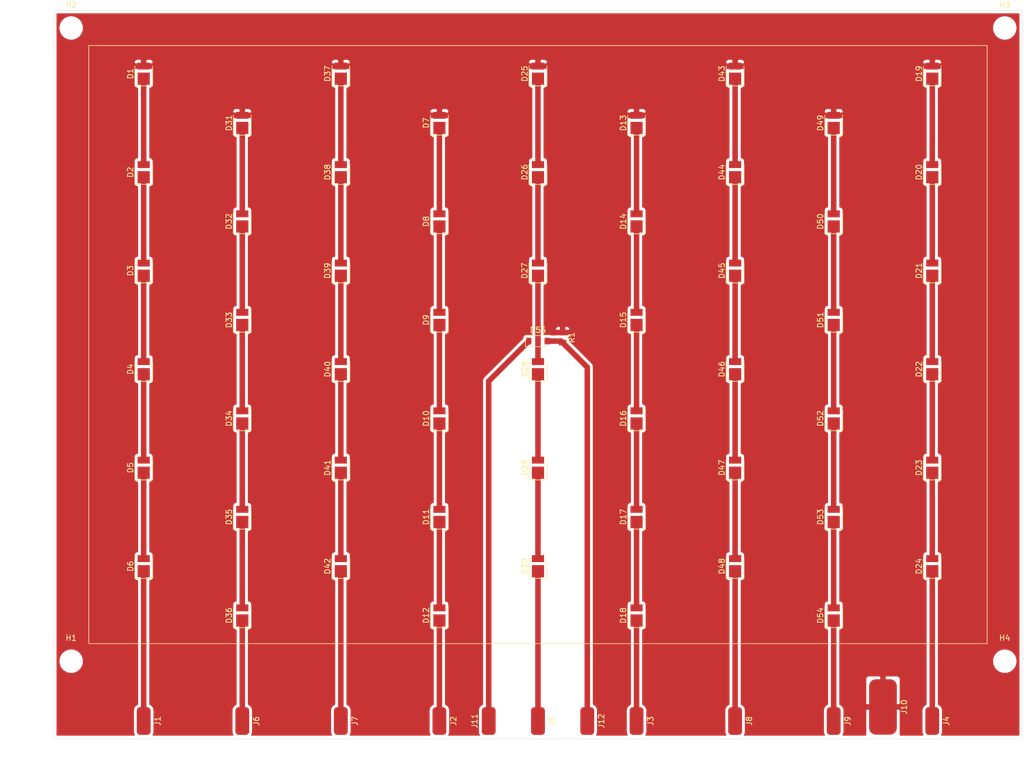
<source format=kicad_pcb>
(kicad_pcb (version 20171130) (host pcbnew "(5.1.12-1-10_14)")
  (layers (0 F.Cu signal) (31 B.Cu signal) (34 B.Paste user) (35 F.Paste user) (36 B.SilkS user) (37 F.SilkS user) (38 B.Mask user) (39 F.Mask user) (44 Edge.Cuts user))
  (net 0 "")
  (net 1 GND)
  (net 2 VCC)
  (net 3 "Net-(D1-Pad1)")
  (net 4 "Net-(D2-Pad1)")
  (net 5 "Net-(D3-Pad1)")
  (net 6 "Net-(D4-Pad1)")
  (net 7 "Net-(D5-Pad1)")
  (net 8 "Net-(D6-Pad1)")
  (net 9 "Net-(D7-Pad1)")
  (net 10 "Net-(D8-Pad1)")
  (net 11 "Net-(D10-Pad2)")
  (net 12 "Net-(D10-Pad1)")
  (net 13 "Net-(D11-Pad1)")
  (net 14 "Net-(D12-Pad1)")
  (net 15 "Net-(D13-Pad1)")
  (net 16 "Net-(D14-Pad1)")
  (net 17 "Net-(D15-Pad1)")
  (net 18 "Net-(D16-Pad1)")
  (net 19 "Net-(D17-Pad1)")
  (net 20 "Net-(D18-Pad1)")
  (net 21 "Net-(D19-Pad1)")
  (net 22 "Net-(D20-Pad1)")
  (net 23 "Net-(D21-Pad1)")
  (net 24 "Net-(D22-Pad1)")
  (net 25 "Net-(D23-Pad1)")
  (net 26 "Net-(D24-Pad1)")
  (net 27 "Net-(D25-Pad1)")
  (net 28 "Net-(D26-Pad1)")
  (net 29 "Net-(D27-Pad1)")
  (net 30 "Net-(D28-Pad1)")
  (net 31 "Net-(D29-Pad1)")
  (net 32 "Net-(D30-Pad1)")
  (net 33 "Net-(D31-Pad1)")
  (net 34 "Net-(D32-Pad1)")
  (net 35 "Net-(D33-Pad1)")
  (net 36 "Net-(D34-Pad1)")
  (net 37 "Net-(D35-Pad1)")
  (net 38 "Net-(D36-Pad1)")
  (net 39 "Net-(D37-Pad1)")
  (net 40 "Net-(D38-Pad1)")
  (net 41 "Net-(D39-Pad1)")
  (net 42 "Net-(D40-Pad1)")
  (net 43 "Net-(D41-Pad1)")
  (net 44 "Net-(D42-Pad1)")
  (net 45 "Net-(D43-Pad1)")
  (net 46 "Net-(D44-Pad1)")
  (net 47 "Net-(D45-Pad1)")
  (net 48 "Net-(D46-Pad1)")
  (net 49 "Net-(D47-Pad1)")
  (net 50 "Net-(D48-Pad1)")
  (net 51 "Net-(D50-Pad1)")
  (net 52 "Net-(D51-Pad1)")
  (net 53 "Net-(D52-Pad1)")
  (net 54 "Net-(D53-Pad1)")
  (net 55 "Net-(D54-Pad1)")
  (net 56 /Vsense)
  (net 57 "Net-(D49-Pad1)")
  (module MountingHole:MountingHole_3.2mm_M3 (layer F.Cu) (at 223.266 139.065)
    (fp_text reference H4 (at 0 -4.2) (layer F.SilkS))
    (fp_text value MountingHole)
    (pad 1 np_thru_hole circle (at 0 0) (size 3.2 3.2) (drill 3.2) (layers *.Cu *.Mask))
  )
  (module MountingHole:MountingHole_3.2mm_M3 (layer F.Cu) (at 223.266 24.765)
    (fp_text reference H3 (at 0 -4.2) (layer F.SilkS))
    (fp_text value MountingHole)
    (pad 1 np_thru_hole circle (at 0 0) (size 3.2 3.2) (drill 3.2) (layers *.Cu *.Mask))
  )
  (module MountingHole:MountingHole_3.2mm_M3 (layer F.Cu) (at 54.864 24.765)
    (fp_text reference H2 (at 0 -4.2) (layer F.SilkS))
    (fp_text value MountingHole)
    (pad 1 np_thru_hole circle (at 0 0) (size 3.2 3.2) (drill 3.2) (layers *.Cu *.Mask))
  )
  (module MountingHole:MountingHole_3.2mm_M3 (layer F.Cu) (at 54.864 139.065)
    (fp_text reference H1 (at 0 -4.2) (layer F.SilkS))
    (fp_text value MountingHole)
    (pad 1 np_thru_hole circle (at 0 0) (size 3.2 3.2) (drill 3.2) (layers *.Cu *.Mask))
  )
  (module Lighttable:Pad-2.5x5 (layer F.Cu) (at 130.175 149.86 270)
    (fp_text reference J11 (at 0 2.54 90) (layer F.SilkS))
    (fp_text value Conn_01x01 hide)
    (pad 1 smd roundrect (at 0 0 270) (size 5 2.5) (layers F.Cu F.Paste F.Mask) (net 1 GND))
  )
  (module Lighttable:Pad-2.5x5 (layer F.Cu) (at 147.955 149.86 90)
    (fp_text reference J12 (at 0 2.54 90) (layer F.SilkS))
    (fp_text value Conn_01x01 hide)
    (pad 1 smd roundrect (at 0 0 90) (size 5 2.5) (layers F.Cu F.Paste F.Mask) (net 56 /Vsense))
  )
  (module Lighttable:Pad-2.5x5 (layer F.Cu) (at 192.405 149.86 90)
    (fp_text reference J9 (at 0 2.54 90) (layer F.SilkS))
    (fp_text value Conn_01x01 hide)
    (pad 1 smd roundrect (at 0 0 90) (size 5 2.5) (layers F.Cu F.Paste F.Mask) (net 55 "Net-(D54-Pad1)"))
  )
  (module Lighttable:Pad-2.5x5 (layer F.Cu) (at 174.625 149.86 90)
    (fp_text reference J8 (at 0 2.54 90) (layer F.SilkS))
    (fp_text value Conn_01x01 hide)
    (pad 1 smd roundrect (at 0 0 90) (size 5 2.5) (layers F.Cu F.Paste F.Mask) (net 50 "Net-(D48-Pad1)"))
  )
  (module Lighttable:Pad-2.5x5 (layer F.Cu) (at 103.505 149.86 90)
    (fp_text reference J7 (at 0 2.54 90) (layer F.SilkS))
    (fp_text value Conn_01x01 hide)
    (pad 1 smd roundrect (at 0 0 90) (size 5 2.5) (layers F.Cu F.Paste F.Mask) (net 44 "Net-(D42-Pad1)"))
  )
  (module Lighttable:Pad-2.5x5 (layer F.Cu) (at 85.725 149.86 90)
    (fp_text reference J6 (at 0 2.54 90) (layer F.SilkS))
    (fp_text value Conn_01x01 hide)
    (pad 1 smd roundrect (at 0 0 90) (size 5 2.5) (layers F.Cu F.Paste F.Mask) (net 38 "Net-(D36-Pad1)"))
  )
  (module Lighttable:Pad-2.5x5 (layer F.Cu) (at 139.065 149.86 90)
    (fp_text reference J5 (at 0 2.54 90) (layer F.SilkS))
    (fp_text value Conn_01x01 hide)
    (pad 1 smd roundrect (at 0 0 90) (size 5 2.5) (layers F.Cu F.Paste F.Mask) (net 32 "Net-(D30-Pad1)"))
  )
  (module Lighttable:Pad-2.5x5 (layer F.Cu) (at 210.185 149.86 90)
    (fp_text reference J4 (at 0 2.54 90) (layer F.SilkS))
    (fp_text value Conn_01x01 hide)
    (pad 1 smd roundrect (at 0 0 90) (size 5 2.5) (layers F.Cu F.Paste F.Mask) (net 26 "Net-(D24-Pad1)"))
  )
  (module Lighttable:Pad-2.5x5 (layer F.Cu) (at 156.845 149.86 90)
    (fp_text reference J3 (at 0 2.54 90) (layer F.SilkS))
    (fp_text value Conn_01x01 hide)
    (pad 1 smd roundrect (at 0 0 90) (size 5 2.5) (layers F.Cu F.Paste F.Mask) (net 20 "Net-(D18-Pad1)"))
  )
  (module Lighttable:Pad-2.5x5 (layer F.Cu) (at 121.285 149.86 90)
    (fp_text reference J2 (at 0 2.54 90) (layer F.SilkS))
    (fp_text value Conn_01x01 hide)
    (pad 1 smd roundrect (at 0 0 90) (size 5 2.5) (layers F.Cu F.Paste F.Mask) (net 14 "Net-(D12-Pad1)"))
  )
  (module Lighttable:Pad-2.5x5 (layer F.Cu) (at 67.945 149.86 90)
    (fp_text reference J1 (at 0 2.54 90) (layer F.SilkS))
    (fp_text value Conn_01x01 hide)
    (pad 1 smd roundrect (at 0 0 90) (size 5 2.5) (layers F.Cu F.Paste F.Mask) (net 8 "Net-(D6-Pad1)"))
  )
  (module Resistor_SMD:R_0805_2012Metric (layer F.Cu) (at 143.51 80.645 270)
    (fp_text reference R1 (at 0 -1.65 90) (layer F.SilkS))
    (fp_text value 180k)
    (fp_line (start -0.227064 -0.735) (end 0.227064 -0.735) (layer F.SilkS) (width 0.12))
    (fp_line (start -0.227064 0.735) (end 0.227064 0.735) (layer F.SilkS) (width 0.12))
    (pad 2 smd roundrect (at 0.9125 0 270) (size 1.025 1.4) (layers F.Cu F.Paste F.Mask) (roundrect_rratio 0.243902) (net 56 /Vsense))
    (pad 1 smd roundrect (at -0.9125 0 270) (size 1.025 1.4) (layers F.Cu F.Paste F.Mask) (roundrect_rratio 0.243902) (net 2 VCC))
  )
  (module Lighttable:Pad-5x10 (layer F.Cu) (at 201.295 147.32 270)
    (fp_text reference J10 (at 0 -3.81 90) (layer F.SilkS))
    (fp_text value Conn_01x01 hide)
    (pad 1 smd roundrect (at 0 0 270) (size 10 5) (layers F.Cu F.Paste F.Mask) (net 2 VCC))
  )
  (module LED_SMD:LED_PLCC_2835 (layer F.Cu) (at 139.065 121.92 90)
    (fp_text reference D30 (at 0 -2.4 90) (layer F.SilkS))
    (fp_text value BXEN-50S-11M-3C)
    (fp_line (start 1.4 -1.6) (end -2.2 -1.6) (layer F.SilkS) (width 0.12))
    (fp_line (start 1.4 1.6) (end -2.2 1.6) (layer F.SilkS) (width 0.12))
    (fp_line (start -2.2 -1.6) (end -2.2 1.6) (layer F.SilkS) (width 0.12))
    (pad 2 smd rect (at 1.375 0 90) (size 1.25 2.2) (layers F.Cu F.Paste F.Mask) (net 31 "Net-(D29-Pad1)"))
    (pad 1 smd rect (at -0.9 0 90) (size 2.2 2.2) (layers F.Cu F.Paste F.Mask) (net 32 "Net-(D30-Pad1)"))
  )
  (module LED_SMD:LED_PLCC_2835 (layer F.Cu) (at 139.065 104.14 90)
    (fp_text reference D29 (at 0 -2.4 90) (layer F.SilkS))
    (fp_text value BXEN-50S-11M-3C)
    (fp_line (start 1.4 -1.6) (end -2.2 -1.6) (layer F.SilkS) (width 0.12))
    (fp_line (start 1.4 1.6) (end -2.2 1.6) (layer F.SilkS) (width 0.12))
    (fp_line (start -2.2 -1.6) (end -2.2 1.6) (layer F.SilkS) (width 0.12))
    (pad 2 smd rect (at 1.375 0 90) (size 1.25 2.2) (layers F.Cu F.Paste F.Mask) (net 30 "Net-(D28-Pad1)"))
    (pad 1 smd rect (at -0.9 0 90) (size 2.2 2.2) (layers F.Cu F.Paste F.Mask) (net 31 "Net-(D29-Pad1)"))
  )
  (module LED_SMD:LED_PLCC_2835 (layer F.Cu) (at 139.065 86.36 90)
    (fp_text reference D28 (at 0 -2.4 90) (layer F.SilkS))
    (fp_text value BXEN-50S-11M-3C)
    (fp_line (start 1.4 -1.6) (end -2.2 -1.6) (layer F.SilkS) (width 0.12))
    (fp_line (start 1.4 1.6) (end -2.2 1.6) (layer F.SilkS) (width 0.12))
    (fp_line (start -2.2 -1.6) (end -2.2 1.6) (layer F.SilkS) (width 0.12))
    (pad 2 smd rect (at 1.375 0 90) (size 1.25 2.2) (layers F.Cu F.Paste F.Mask) (net 29 "Net-(D27-Pad1)"))
    (pad 1 smd rect (at -0.9 0 90) (size 2.2 2.2) (layers F.Cu F.Paste F.Mask) (net 30 "Net-(D28-Pad1)"))
  )
  (module LED_SMD:LED_PLCC_2835 (layer F.Cu) (at 139.065 68.58 90)
    (fp_text reference D27 (at 0 -2.4 90) (layer F.SilkS))
    (fp_text value BXEN-50S-11M-3C)
    (fp_line (start 1.4 -1.6) (end -2.2 -1.6) (layer F.SilkS) (width 0.12))
    (fp_line (start 1.4 1.6) (end -2.2 1.6) (layer F.SilkS) (width 0.12))
    (fp_line (start -2.2 -1.6) (end -2.2 1.6) (layer F.SilkS) (width 0.12))
    (pad 2 smd rect (at 1.375 0 90) (size 1.25 2.2) (layers F.Cu F.Paste F.Mask) (net 28 "Net-(D26-Pad1)"))
    (pad 1 smd rect (at -0.9 0 90) (size 2.2 2.2) (layers F.Cu F.Paste F.Mask) (net 29 "Net-(D27-Pad1)"))
  )
  (module LED_SMD:LED_PLCC_2835 (layer F.Cu) (at 139.065 50.8 90)
    (fp_text reference D26 (at 0 -2.4 90) (layer F.SilkS))
    (fp_text value BXEN-50S-11M-3C)
    (fp_line (start 1.4 -1.6) (end -2.2 -1.6) (layer F.SilkS) (width 0.12))
    (fp_line (start 1.4 1.6) (end -2.2 1.6) (layer F.SilkS) (width 0.12))
    (fp_line (start -2.2 -1.6) (end -2.2 1.6) (layer F.SilkS) (width 0.12))
    (pad 2 smd rect (at 1.375 0 90) (size 1.25 2.2) (layers F.Cu F.Paste F.Mask) (net 27 "Net-(D25-Pad1)"))
    (pad 1 smd rect (at -0.9 0 90) (size 2.2 2.2) (layers F.Cu F.Paste F.Mask) (net 28 "Net-(D26-Pad1)"))
  )
  (module LED_SMD:LED_PLCC_2835 (layer F.Cu) (at 139.065 33.02 90)
    (fp_text reference D25 (at 0 -2.4 90) (layer F.SilkS))
    (fp_text value BXEN-50S-11M-3C)
    (fp_line (start 1.4 -1.6) (end -2.2 -1.6) (layer F.SilkS) (width 0.12))
    (fp_line (start 1.4 1.6) (end -2.2 1.6) (layer F.SilkS) (width 0.12))
    (fp_line (start -2.2 -1.6) (end -2.2 1.6) (layer F.SilkS) (width 0.12))
    (pad 2 smd rect (at 1.375 0 90) (size 1.25 2.2) (layers F.Cu F.Paste F.Mask) (net 2 VCC))
    (pad 1 smd rect (at -0.9 0 90) (size 2.2 2.2) (layers F.Cu F.Paste F.Mask) (net 27 "Net-(D25-Pad1)"))
  )
  (module Diode_SMD:D_SOD-123 (layer F.Cu) (at 139.065 81.28)
    (fp_text reference D55 (at 0 -2) (layer F.SilkS))
    (fp_text value 1N4148W)
    (fp_line (start -2.25 -1) (end -2.25 1) (layer F.SilkS) (width 0.12))
    (fp_line (start -2.25 1) (end 1.65 1) (layer F.SilkS) (width 0.12))
    (fp_line (start -2.25 -1) (end 1.65 -1) (layer F.SilkS) (width 0.12))
    (pad 2 smd rect (at 1.65 0) (size 0.9 1.2) (layers F.Cu F.Paste F.Mask) (net 56 /Vsense))
    (pad 1 smd rect (at -1.65 0) (size 0.9 1.2) (layers F.Cu F.Paste F.Mask) (net 1 GND))
  )
  (module LED_SMD:LED_PLCC_2835 (layer F.Cu) (at 192.405 130.81 90)
    (fp_text reference D54 (at 0 -2.4 90) (layer F.SilkS))
    (fp_text value BXEN-50S-11M-3C)
    (fp_line (start 1.4 -1.6) (end -2.2 -1.6) (layer F.SilkS) (width 0.12))
    (fp_line (start 1.4 1.6) (end -2.2 1.6) (layer F.SilkS) (width 0.12))
    (fp_line (start -2.2 -1.6) (end -2.2 1.6) (layer F.SilkS) (width 0.12))
    (pad 2 smd rect (at 1.375 0 90) (size 1.25 2.2) (layers F.Cu F.Paste F.Mask) (net 54 "Net-(D53-Pad1)"))
    (pad 1 smd rect (at -0.9 0 90) (size 2.2 2.2) (layers F.Cu F.Paste F.Mask) (net 55 "Net-(D54-Pad1)"))
  )
  (module LED_SMD:LED_PLCC_2835 (layer F.Cu) (at 192.405 113.03 90)
    (fp_text reference D53 (at 0 -2.4 90) (layer F.SilkS))
    (fp_text value BXEN-50S-11M-3C)
    (fp_line (start 1.4 -1.6) (end -2.2 -1.6) (layer F.SilkS) (width 0.12))
    (fp_line (start 1.4 1.6) (end -2.2 1.6) (layer F.SilkS) (width 0.12))
    (fp_line (start -2.2 -1.6) (end -2.2 1.6) (layer F.SilkS) (width 0.12))
    (pad 2 smd rect (at 1.375 0 90) (size 1.25 2.2) (layers F.Cu F.Paste F.Mask) (net 53 "Net-(D52-Pad1)"))
    (pad 1 smd rect (at -0.9 0 90) (size 2.2 2.2) (layers F.Cu F.Paste F.Mask) (net 54 "Net-(D53-Pad1)"))
  )
  (module LED_SMD:LED_PLCC_2835 (layer F.Cu) (at 192.405 95.25 90)
    (fp_text reference D52 (at 0 -2.4 90) (layer F.SilkS))
    (fp_text value BXEN-50S-11M-3C)
    (fp_line (start 1.4 -1.6) (end -2.2 -1.6) (layer F.SilkS) (width 0.12))
    (fp_line (start 1.4 1.6) (end -2.2 1.6) (layer F.SilkS) (width 0.12))
    (fp_line (start -2.2 -1.6) (end -2.2 1.6) (layer F.SilkS) (width 0.12))
    (pad 2 smd rect (at 1.375 0 90) (size 1.25 2.2) (layers F.Cu F.Paste F.Mask) (net 52 "Net-(D51-Pad1)"))
    (pad 1 smd rect (at -0.9 0 90) (size 2.2 2.2) (layers F.Cu F.Paste F.Mask) (net 53 "Net-(D52-Pad1)"))
  )
  (module LED_SMD:LED_PLCC_2835 (layer F.Cu) (at 192.405 77.47 90)
    (fp_text reference D51 (at 0 -2.4 90) (layer F.SilkS))
    (fp_text value BXEN-50S-11M-3C)
    (fp_line (start 1.4 -1.6) (end -2.2 -1.6) (layer F.SilkS) (width 0.12))
    (fp_line (start 1.4 1.6) (end -2.2 1.6) (layer F.SilkS) (width 0.12))
    (fp_line (start -2.2 -1.6) (end -2.2 1.6) (layer F.SilkS) (width 0.12))
    (pad 2 smd rect (at 1.375 0 90) (size 1.25 2.2) (layers F.Cu F.Paste F.Mask) (net 51 "Net-(D50-Pad1)"))
    (pad 1 smd rect (at -0.9 0 90) (size 2.2 2.2) (layers F.Cu F.Paste F.Mask) (net 52 "Net-(D51-Pad1)"))
  )
  (module LED_SMD:LED_PLCC_2835 (layer F.Cu) (at 192.405 59.69 90)
    (fp_text reference D50 (at 0 -2.4 90) (layer F.SilkS))
    (fp_text value BXEN-50S-11M-3C)
    (fp_line (start 1.4 -1.6) (end -2.2 -1.6) (layer F.SilkS) (width 0.12))
    (fp_line (start 1.4 1.6) (end -2.2 1.6) (layer F.SilkS) (width 0.12))
    (fp_line (start -2.2 -1.6) (end -2.2 1.6) (layer F.SilkS) (width 0.12))
    (pad 2 smd rect (at 1.375 0 90) (size 1.25 2.2) (layers F.Cu F.Paste F.Mask) (net 57 "Net-(D49-Pad1)"))
    (pad 1 smd rect (at -0.9 0 90) (size 2.2 2.2) (layers F.Cu F.Paste F.Mask) (net 51 "Net-(D50-Pad1)"))
  )
  (module LED_SMD:LED_PLCC_2835 (layer F.Cu) (at 192.405 41.91 90)
    (fp_text reference D49 (at 0 -2.4 90) (layer F.SilkS))
    (fp_text value BXEN-50S-11M-3C)
    (fp_line (start 1.4 -1.6) (end -2.2 -1.6) (layer F.SilkS) (width 0.12))
    (fp_line (start 1.4 1.6) (end -2.2 1.6) (layer F.SilkS) (width 0.12))
    (fp_line (start -2.2 -1.6) (end -2.2 1.6) (layer F.SilkS) (width 0.12))
    (pad 2 smd rect (at 1.375 0 90) (size 1.25 2.2) (layers F.Cu F.Paste F.Mask) (net 2 VCC))
    (pad 1 smd rect (at -0.9 0 90) (size 2.2 2.2) (layers F.Cu F.Paste F.Mask) (net 57 "Net-(D49-Pad1)"))
  )
  (module LED_SMD:LED_PLCC_2835 (layer F.Cu) (at 210.185 121.92 90)
    (fp_text reference D24 (at 0 -2.4 90) (layer F.SilkS))
    (fp_text value BXEN-50S-11M-3C)
    (fp_line (start 1.4 -1.6) (end -2.2 -1.6) (layer F.SilkS) (width 0.12))
    (fp_line (start 1.4 1.6) (end -2.2 1.6) (layer F.SilkS) (width 0.12))
    (fp_line (start -2.2 -1.6) (end -2.2 1.6) (layer F.SilkS) (width 0.12))
    (pad 2 smd rect (at 1.375 0 90) (size 1.25 2.2) (layers F.Cu F.Paste F.Mask) (net 25 "Net-(D23-Pad1)"))
    (pad 1 smd rect (at -0.9 0 90) (size 2.2 2.2) (layers F.Cu F.Paste F.Mask) (net 26 "Net-(D24-Pad1)"))
  )
  (module LED_SMD:LED_PLCC_2835 (layer F.Cu) (at 210.185 104.14 90)
    (fp_text reference D23 (at 0 -2.4 90) (layer F.SilkS))
    (fp_text value BXEN-50S-11M-3C)
    (fp_line (start 1.4 -1.6) (end -2.2 -1.6) (layer F.SilkS) (width 0.12))
    (fp_line (start 1.4 1.6) (end -2.2 1.6) (layer F.SilkS) (width 0.12))
    (fp_line (start -2.2 -1.6) (end -2.2 1.6) (layer F.SilkS) (width 0.12))
    (pad 2 smd rect (at 1.375 0 90) (size 1.25 2.2) (layers F.Cu F.Paste F.Mask) (net 24 "Net-(D22-Pad1)"))
    (pad 1 smd rect (at -0.9 0 90) (size 2.2 2.2) (layers F.Cu F.Paste F.Mask) (net 25 "Net-(D23-Pad1)"))
  )
  (module LED_SMD:LED_PLCC_2835 (layer F.Cu) (at 210.185 86.36 90)
    (fp_text reference D22 (at 0 -2.4 90) (layer F.SilkS))
    (fp_text value BXEN-50S-11M-3C)
    (fp_line (start 1.4 -1.6) (end -2.2 -1.6) (layer F.SilkS) (width 0.12))
    (fp_line (start 1.4 1.6) (end -2.2 1.6) (layer F.SilkS) (width 0.12))
    (fp_line (start -2.2 -1.6) (end -2.2 1.6) (layer F.SilkS) (width 0.12))
    (pad 2 smd rect (at 1.375 0 90) (size 1.25 2.2) (layers F.Cu F.Paste F.Mask) (net 23 "Net-(D21-Pad1)"))
    (pad 1 smd rect (at -0.9 0 90) (size 2.2 2.2) (layers F.Cu F.Paste F.Mask) (net 24 "Net-(D22-Pad1)"))
  )
  (module LED_SMD:LED_PLCC_2835 (layer F.Cu) (at 210.185 68.58 90)
    (fp_text reference D21 (at 0 -2.4 90) (layer F.SilkS))
    (fp_text value BXEN-50S-11M-3C)
    (fp_line (start 1.4 -1.6) (end -2.2 -1.6) (layer F.SilkS) (width 0.12))
    (fp_line (start 1.4 1.6) (end -2.2 1.6) (layer F.SilkS) (width 0.12))
    (fp_line (start -2.2 -1.6) (end -2.2 1.6) (layer F.SilkS) (width 0.12))
    (pad 2 smd rect (at 1.375 0 90) (size 1.25 2.2) (layers F.Cu F.Paste F.Mask) (net 22 "Net-(D20-Pad1)"))
    (pad 1 smd rect (at -0.9 0 90) (size 2.2 2.2) (layers F.Cu F.Paste F.Mask) (net 23 "Net-(D21-Pad1)"))
  )
  (module LED_SMD:LED_PLCC_2835 (layer F.Cu) (at 210.185 50.8 90)
    (fp_text reference D20 (at 0 -2.4 90) (layer F.SilkS))
    (fp_text value BXEN-50S-11M-3C)
    (fp_line (start 1.4 -1.6) (end -2.2 -1.6) (layer F.SilkS) (width 0.12))
    (fp_line (start 1.4 1.6) (end -2.2 1.6) (layer F.SilkS) (width 0.12))
    (fp_line (start -2.2 -1.6) (end -2.2 1.6) (layer F.SilkS) (width 0.12))
    (pad 2 smd rect (at 1.375 0 90) (size 1.25 2.2) (layers F.Cu F.Paste F.Mask) (net 21 "Net-(D19-Pad1)"))
    (pad 1 smd rect (at -0.9 0 90) (size 2.2 2.2) (layers F.Cu F.Paste F.Mask) (net 22 "Net-(D20-Pad1)"))
  )
  (module LED_SMD:LED_PLCC_2835 (layer F.Cu) (at 210.185 33.02 90)
    (fp_text reference D19 (at 0 -2.4 90) (layer F.SilkS))
    (fp_text value BXEN-50S-11M-3C)
    (fp_line (start 1.4 -1.6) (end -2.2 -1.6) (layer F.SilkS) (width 0.12))
    (fp_line (start 1.4 1.6) (end -2.2 1.6) (layer F.SilkS) (width 0.12))
    (fp_line (start -2.2 -1.6) (end -2.2 1.6) (layer F.SilkS) (width 0.12))
    (pad 2 smd rect (at 1.375 0 90) (size 1.25 2.2) (layers F.Cu F.Paste F.Mask) (net 2 VCC))
    (pad 1 smd rect (at -0.9 0 90) (size 2.2 2.2) (layers F.Cu F.Paste F.Mask) (net 21 "Net-(D19-Pad1)"))
  )
  (module LED_SMD:LED_PLCC_2835 (layer F.Cu) (at 174.625 121.92 90)
    (fp_text reference D48 (at 0 -2.4 90) (layer F.SilkS))
    (fp_text value BXEN-50S-11M-3C)
    (fp_line (start 1.4 -1.6) (end -2.2 -1.6) (layer F.SilkS) (width 0.12))
    (fp_line (start 1.4 1.6) (end -2.2 1.6) (layer F.SilkS) (width 0.12))
    (fp_line (start -2.2 -1.6) (end -2.2 1.6) (layer F.SilkS) (width 0.12))
    (pad 2 smd rect (at 1.375 0 90) (size 1.25 2.2) (layers F.Cu F.Paste F.Mask) (net 49 "Net-(D47-Pad1)"))
    (pad 1 smd rect (at -0.9 0 90) (size 2.2 2.2) (layers F.Cu F.Paste F.Mask) (net 50 "Net-(D48-Pad1)"))
  )
  (module LED_SMD:LED_PLCC_2835 (layer F.Cu) (at 174.625 104.14 90)
    (fp_text reference D47 (at 0 -2.4 90) (layer F.SilkS))
    (fp_text value BXEN-50S-11M-3C)
    (fp_line (start 1.4 -1.6) (end -2.2 -1.6) (layer F.SilkS) (width 0.12))
    (fp_line (start 1.4 1.6) (end -2.2 1.6) (layer F.SilkS) (width 0.12))
    (fp_line (start -2.2 -1.6) (end -2.2 1.6) (layer F.SilkS) (width 0.12))
    (pad 2 smd rect (at 1.375 0 90) (size 1.25 2.2) (layers F.Cu F.Paste F.Mask) (net 48 "Net-(D46-Pad1)"))
    (pad 1 smd rect (at -0.9 0 90) (size 2.2 2.2) (layers F.Cu F.Paste F.Mask) (net 49 "Net-(D47-Pad1)"))
  )
  (module LED_SMD:LED_PLCC_2835 (layer F.Cu) (at 174.625 86.36 90)
    (fp_text reference D46 (at 0 -2.4 90) (layer F.SilkS))
    (fp_text value BXEN-50S-11M-3C)
    (fp_line (start 1.4 -1.6) (end -2.2 -1.6) (layer F.SilkS) (width 0.12))
    (fp_line (start 1.4 1.6) (end -2.2 1.6) (layer F.SilkS) (width 0.12))
    (fp_line (start -2.2 -1.6) (end -2.2 1.6) (layer F.SilkS) (width 0.12))
    (pad 2 smd rect (at 1.375 0 90) (size 1.25 2.2) (layers F.Cu F.Paste F.Mask) (net 47 "Net-(D45-Pad1)"))
    (pad 1 smd rect (at -0.9 0 90) (size 2.2 2.2) (layers F.Cu F.Paste F.Mask) (net 48 "Net-(D46-Pad1)"))
  )
  (module LED_SMD:LED_PLCC_2835 (layer F.Cu) (at 174.625 68.58 90)
    (fp_text reference D45 (at 0 -2.4 90) (layer F.SilkS))
    (fp_text value BXEN-50S-11M-3C)
    (fp_line (start 1.4 -1.6) (end -2.2 -1.6) (layer F.SilkS) (width 0.12))
    (fp_line (start 1.4 1.6) (end -2.2 1.6) (layer F.SilkS) (width 0.12))
    (fp_line (start -2.2 -1.6) (end -2.2 1.6) (layer F.SilkS) (width 0.12))
    (pad 2 smd rect (at 1.375 0 90) (size 1.25 2.2) (layers F.Cu F.Paste F.Mask) (net 46 "Net-(D44-Pad1)"))
    (pad 1 smd rect (at -0.9 0 90) (size 2.2 2.2) (layers F.Cu F.Paste F.Mask) (net 47 "Net-(D45-Pad1)"))
  )
  (module LED_SMD:LED_PLCC_2835 (layer F.Cu) (at 174.625 50.8 90)
    (fp_text reference D44 (at 0 -2.4 90) (layer F.SilkS))
    (fp_text value BXEN-50S-11M-3C)
    (fp_line (start 1.4 -1.6) (end -2.2 -1.6) (layer F.SilkS) (width 0.12))
    (fp_line (start 1.4 1.6) (end -2.2 1.6) (layer F.SilkS) (width 0.12))
    (fp_line (start -2.2 -1.6) (end -2.2 1.6) (layer F.SilkS) (width 0.12))
    (pad 2 smd rect (at 1.375 0 90) (size 1.25 2.2) (layers F.Cu F.Paste F.Mask) (net 45 "Net-(D43-Pad1)"))
    (pad 1 smd rect (at -0.9 0 90) (size 2.2 2.2) (layers F.Cu F.Paste F.Mask) (net 46 "Net-(D44-Pad1)"))
  )
  (module LED_SMD:LED_PLCC_2835 (layer F.Cu) (at 174.625 33.02 90)
    (fp_text reference D43 (at 0 -2.4 90) (layer F.SilkS))
    (fp_text value BXEN-50S-11M-3C)
    (fp_line (start 1.4 -1.6) (end -2.2 -1.6) (layer F.SilkS) (width 0.12))
    (fp_line (start 1.4 1.6) (end -2.2 1.6) (layer F.SilkS) (width 0.12))
    (fp_line (start -2.2 -1.6) (end -2.2 1.6) (layer F.SilkS) (width 0.12))
    (pad 2 smd rect (at 1.375 0 90) (size 1.25 2.2) (layers F.Cu F.Paste F.Mask) (net 2 VCC))
    (pad 1 smd rect (at -0.9 0 90) (size 2.2 2.2) (layers F.Cu F.Paste F.Mask) (net 45 "Net-(D43-Pad1)"))
  )
  (module LED_SMD:LED_PLCC_2835 (layer F.Cu) (at 156.845 130.81 90)
    (fp_text reference D18 (at 0 -2.4 90) (layer F.SilkS))
    (fp_text value BXEN-50S-11M-3C)
    (fp_line (start 1.4 -1.6) (end -2.2 -1.6) (layer F.SilkS) (width 0.12))
    (fp_line (start 1.4 1.6) (end -2.2 1.6) (layer F.SilkS) (width 0.12))
    (fp_line (start -2.2 -1.6) (end -2.2 1.6) (layer F.SilkS) (width 0.12))
    (pad 2 smd rect (at 1.375 0 90) (size 1.25 2.2) (layers F.Cu F.Paste F.Mask) (net 19 "Net-(D17-Pad1)"))
    (pad 1 smd rect (at -0.9 0 90) (size 2.2 2.2) (layers F.Cu F.Paste F.Mask) (net 20 "Net-(D18-Pad1)"))
  )
  (module LED_SMD:LED_PLCC_2835 (layer F.Cu) (at 156.845 113.03 90)
    (fp_text reference D17 (at 0 -2.4 90) (layer F.SilkS))
    (fp_text value BXEN-50S-11M-3C)
    (fp_line (start 1.4 -1.6) (end -2.2 -1.6) (layer F.SilkS) (width 0.12))
    (fp_line (start 1.4 1.6) (end -2.2 1.6) (layer F.SilkS) (width 0.12))
    (fp_line (start -2.2 -1.6) (end -2.2 1.6) (layer F.SilkS) (width 0.12))
    (pad 2 smd rect (at 1.375 0 90) (size 1.25 2.2) (layers F.Cu F.Paste F.Mask) (net 18 "Net-(D16-Pad1)"))
    (pad 1 smd rect (at -0.9 0 90) (size 2.2 2.2) (layers F.Cu F.Paste F.Mask) (net 19 "Net-(D17-Pad1)"))
  )
  (module LED_SMD:LED_PLCC_2835 (layer F.Cu) (at 156.845 95.25 90)
    (fp_text reference D16 (at 0 -2.4 90) (layer F.SilkS))
    (fp_text value BXEN-50S-11M-3C)
    (fp_line (start 1.4 -1.6) (end -2.2 -1.6) (layer F.SilkS) (width 0.12))
    (fp_line (start 1.4 1.6) (end -2.2 1.6) (layer F.SilkS) (width 0.12))
    (fp_line (start -2.2 -1.6) (end -2.2 1.6) (layer F.SilkS) (width 0.12))
    (pad 2 smd rect (at 1.375 0 90) (size 1.25 2.2) (layers F.Cu F.Paste F.Mask) (net 17 "Net-(D15-Pad1)"))
    (pad 1 smd rect (at -0.9 0 90) (size 2.2 2.2) (layers F.Cu F.Paste F.Mask) (net 18 "Net-(D16-Pad1)"))
  )
  (module LED_SMD:LED_PLCC_2835 (layer F.Cu) (at 156.845 77.47 90)
    (fp_text reference D15 (at 0 -2.4 90) (layer F.SilkS))
    (fp_text value BXEN-50S-11M-3C)
    (fp_line (start 1.4 -1.6) (end -2.2 -1.6) (layer F.SilkS) (width 0.12))
    (fp_line (start 1.4 1.6) (end -2.2 1.6) (layer F.SilkS) (width 0.12))
    (fp_line (start -2.2 -1.6) (end -2.2 1.6) (layer F.SilkS) (width 0.12))
    (pad 2 smd rect (at 1.375 0 90) (size 1.25 2.2) (layers F.Cu F.Paste F.Mask) (net 16 "Net-(D14-Pad1)"))
    (pad 1 smd rect (at -0.9 0 90) (size 2.2 2.2) (layers F.Cu F.Paste F.Mask) (net 17 "Net-(D15-Pad1)"))
  )
  (module LED_SMD:LED_PLCC_2835 (layer F.Cu) (at 156.845 59.69 90)
    (fp_text reference D14 (at 0 -2.4 90) (layer F.SilkS))
    (fp_text value BXEN-50S-11M-3C)
    (fp_line (start 1.4 -1.6) (end -2.2 -1.6) (layer F.SilkS) (width 0.12))
    (fp_line (start 1.4 1.6) (end -2.2 1.6) (layer F.SilkS) (width 0.12))
    (fp_line (start -2.2 -1.6) (end -2.2 1.6) (layer F.SilkS) (width 0.12))
    (pad 2 smd rect (at 1.375 0 90) (size 1.25 2.2) (layers F.Cu F.Paste F.Mask) (net 15 "Net-(D13-Pad1)"))
    (pad 1 smd rect (at -0.9 0 90) (size 2.2 2.2) (layers F.Cu F.Paste F.Mask) (net 16 "Net-(D14-Pad1)"))
  )
  (module LED_SMD:LED_PLCC_2835 (layer F.Cu) (at 156.845 41.91 90)
    (fp_text reference D13 (at 0 -2.4 90) (layer F.SilkS))
    (fp_text value BXEN-50S-11M-3C)
    (fp_line (start 1.4 -1.6) (end -2.2 -1.6) (layer F.SilkS) (width 0.12))
    (fp_line (start 1.4 1.6) (end -2.2 1.6) (layer F.SilkS) (width 0.12))
    (fp_line (start -2.2 -1.6) (end -2.2 1.6) (layer F.SilkS) (width 0.12))
    (pad 2 smd rect (at 1.375 0 90) (size 1.25 2.2) (layers F.Cu F.Paste F.Mask) (net 2 VCC))
    (pad 1 smd rect (at -0.9 0 90) (size 2.2 2.2) (layers F.Cu F.Paste F.Mask) (net 15 "Net-(D13-Pad1)"))
  )
  (module LED_SMD:LED_PLCC_2835 (layer F.Cu) (at 103.505 121.92 90)
    (fp_text reference D42 (at 0 -2.4 90) (layer F.SilkS))
    (fp_text value BXEN-50S-11M-3C)
    (fp_line (start 1.4 -1.6) (end -2.2 -1.6) (layer F.SilkS) (width 0.12))
    (fp_line (start 1.4 1.6) (end -2.2 1.6) (layer F.SilkS) (width 0.12))
    (fp_line (start -2.2 -1.6) (end -2.2 1.6) (layer F.SilkS) (width 0.12))
    (pad 2 smd rect (at 1.375 0 90) (size 1.25 2.2) (layers F.Cu F.Paste F.Mask) (net 43 "Net-(D41-Pad1)"))
    (pad 1 smd rect (at -0.9 0 90) (size 2.2 2.2) (layers F.Cu F.Paste F.Mask) (net 44 "Net-(D42-Pad1)"))
  )
  (module LED_SMD:LED_PLCC_2835 (layer F.Cu) (at 103.505 104.14 90)
    (fp_text reference D41 (at 0 -2.4 90) (layer F.SilkS))
    (fp_text value BXEN-50S-11M-3C)
    (fp_line (start 1.4 -1.6) (end -2.2 -1.6) (layer F.SilkS) (width 0.12))
    (fp_line (start 1.4 1.6) (end -2.2 1.6) (layer F.SilkS) (width 0.12))
    (fp_line (start -2.2 -1.6) (end -2.2 1.6) (layer F.SilkS) (width 0.12))
    (pad 2 smd rect (at 1.375 0 90) (size 1.25 2.2) (layers F.Cu F.Paste F.Mask) (net 42 "Net-(D40-Pad1)"))
    (pad 1 smd rect (at -0.9 0 90) (size 2.2 2.2) (layers F.Cu F.Paste F.Mask) (net 43 "Net-(D41-Pad1)"))
  )
  (module LED_SMD:LED_PLCC_2835 (layer F.Cu) (at 103.505 86.36 90)
    (fp_text reference D40 (at 0 -2.4 90) (layer F.SilkS))
    (fp_text value BXEN-50S-11M-3C)
    (fp_line (start 1.4 -1.6) (end -2.2 -1.6) (layer F.SilkS) (width 0.12))
    (fp_line (start 1.4 1.6) (end -2.2 1.6) (layer F.SilkS) (width 0.12))
    (fp_line (start -2.2 -1.6) (end -2.2 1.6) (layer F.SilkS) (width 0.12))
    (pad 2 smd rect (at 1.375 0 90) (size 1.25 2.2) (layers F.Cu F.Paste F.Mask) (net 41 "Net-(D39-Pad1)"))
    (pad 1 smd rect (at -0.9 0 90) (size 2.2 2.2) (layers F.Cu F.Paste F.Mask) (net 42 "Net-(D40-Pad1)"))
  )
  (module LED_SMD:LED_PLCC_2835 (layer F.Cu) (at 103.505 68.58 90)
    (fp_text reference D39 (at 0 -2.4 90) (layer F.SilkS))
    (fp_text value BXEN-50S-11M-3C)
    (fp_line (start 1.4 -1.6) (end -2.2 -1.6) (layer F.SilkS) (width 0.12))
    (fp_line (start 1.4 1.6) (end -2.2 1.6) (layer F.SilkS) (width 0.12))
    (fp_line (start -2.2 -1.6) (end -2.2 1.6) (layer F.SilkS) (width 0.12))
    (pad 2 smd rect (at 1.375 0 90) (size 1.25 2.2) (layers F.Cu F.Paste F.Mask) (net 40 "Net-(D38-Pad1)"))
    (pad 1 smd rect (at -0.9 0 90) (size 2.2 2.2) (layers F.Cu F.Paste F.Mask) (net 41 "Net-(D39-Pad1)"))
  )
  (module LED_SMD:LED_PLCC_2835 (layer F.Cu) (at 103.505 50.8 90)
    (fp_text reference D38 (at 0 -2.4 90) (layer F.SilkS))
    (fp_text value BXEN-50S-11M-3C)
    (fp_line (start 1.4 -1.6) (end -2.2 -1.6) (layer F.SilkS) (width 0.12))
    (fp_line (start 1.4 1.6) (end -2.2 1.6) (layer F.SilkS) (width 0.12))
    (fp_line (start -2.2 -1.6) (end -2.2 1.6) (layer F.SilkS) (width 0.12))
    (pad 2 smd rect (at 1.375 0 90) (size 1.25 2.2) (layers F.Cu F.Paste F.Mask) (net 39 "Net-(D37-Pad1)"))
    (pad 1 smd rect (at -0.9 0 90) (size 2.2 2.2) (layers F.Cu F.Paste F.Mask) (net 40 "Net-(D38-Pad1)"))
  )
  (module LED_SMD:LED_PLCC_2835 (layer F.Cu) (at 103.505 33.02 90)
    (fp_text reference D37 (at 0 -2.4 90) (layer F.SilkS))
    (fp_text value BXEN-50S-11M-3C)
    (fp_line (start 1.4 -1.6) (end -2.2 -1.6) (layer F.SilkS) (width 0.12))
    (fp_line (start 1.4 1.6) (end -2.2 1.6) (layer F.SilkS) (width 0.12))
    (fp_line (start -2.2 -1.6) (end -2.2 1.6) (layer F.SilkS) (width 0.12))
    (pad 2 smd rect (at 1.375 0 90) (size 1.25 2.2) (layers F.Cu F.Paste F.Mask) (net 2 VCC))
    (pad 1 smd rect (at -0.9 0 90) (size 2.2 2.2) (layers F.Cu F.Paste F.Mask) (net 39 "Net-(D37-Pad1)"))
  )
  (module LED_SMD:LED_PLCC_2835 (layer F.Cu) (at 121.285 130.81 90)
    (fp_text reference D12 (at 0 -2.4 90) (layer F.SilkS))
    (fp_text value BXEN-50S-11M-3C)
    (fp_line (start 1.4 -1.6) (end -2.2 -1.6) (layer F.SilkS) (width 0.12))
    (fp_line (start 1.4 1.6) (end -2.2 1.6) (layer F.SilkS) (width 0.12))
    (fp_line (start -2.2 -1.6) (end -2.2 1.6) (layer F.SilkS) (width 0.12))
    (pad 2 smd rect (at 1.375 0 90) (size 1.25 2.2) (layers F.Cu F.Paste F.Mask) (net 13 "Net-(D11-Pad1)"))
    (pad 1 smd rect (at -0.9 0 90) (size 2.2 2.2) (layers F.Cu F.Paste F.Mask) (net 14 "Net-(D12-Pad1)"))
  )
  (module LED_SMD:LED_PLCC_2835 (layer F.Cu) (at 121.285 113.03 90)
    (fp_text reference D11 (at 0 -2.4 90) (layer F.SilkS))
    (fp_text value BXEN-50S-11M-3C)
    (fp_line (start 1.4 -1.6) (end -2.2 -1.6) (layer F.SilkS) (width 0.12))
    (fp_line (start 1.4 1.6) (end -2.2 1.6) (layer F.SilkS) (width 0.12))
    (fp_line (start -2.2 -1.6) (end -2.2 1.6) (layer F.SilkS) (width 0.12))
    (pad 2 smd rect (at 1.375 0 90) (size 1.25 2.2) (layers F.Cu F.Paste F.Mask) (net 12 "Net-(D10-Pad1)"))
    (pad 1 smd rect (at -0.9 0 90) (size 2.2 2.2) (layers F.Cu F.Paste F.Mask) (net 13 "Net-(D11-Pad1)"))
  )
  (module LED_SMD:LED_PLCC_2835 (layer F.Cu) (at 121.285 95.25 90)
    (fp_text reference D10 (at 0 -2.4 90) (layer F.SilkS))
    (fp_text value BXEN-50S-11M-3C)
    (fp_line (start 1.4 -1.6) (end -2.2 -1.6) (layer F.SilkS) (width 0.12))
    (fp_line (start 1.4 1.6) (end -2.2 1.6) (layer F.SilkS) (width 0.12))
    (fp_line (start -2.2 -1.6) (end -2.2 1.6) (layer F.SilkS) (width 0.12))
    (pad 2 smd rect (at 1.375 0 90) (size 1.25 2.2) (layers F.Cu F.Paste F.Mask) (net 11 "Net-(D10-Pad2)"))
    (pad 1 smd rect (at -0.9 0 90) (size 2.2 2.2) (layers F.Cu F.Paste F.Mask) (net 12 "Net-(D10-Pad1)"))
  )
  (module LED_SMD:LED_PLCC_2835 (layer F.Cu) (at 121.285 77.47 90)
    (fp_text reference D9 (at 0 -2.4 90) (layer F.SilkS))
    (fp_text value BXEN-50S-11M-3C)
    (fp_line (start 1.4 -1.6) (end -2.2 -1.6) (layer F.SilkS) (width 0.12))
    (fp_line (start 1.4 1.6) (end -2.2 1.6) (layer F.SilkS) (width 0.12))
    (fp_line (start -2.2 -1.6) (end -2.2 1.6) (layer F.SilkS) (width 0.12))
    (pad 2 smd rect (at 1.375 0 90) (size 1.25 2.2) (layers F.Cu F.Paste F.Mask) (net 10 "Net-(D8-Pad1)"))
    (pad 1 smd rect (at -0.9 0 90) (size 2.2 2.2) (layers F.Cu F.Paste F.Mask) (net 11 "Net-(D10-Pad2)"))
  )
  (module LED_SMD:LED_PLCC_2835 (layer F.Cu) (at 121.285 59.69 90)
    (fp_text reference D8 (at 0 -2.4 90) (layer F.SilkS))
    (fp_text value BXEN-50S-11M-3C)
    (fp_line (start 1.4 -1.6) (end -2.2 -1.6) (layer F.SilkS) (width 0.12))
    (fp_line (start 1.4 1.6) (end -2.2 1.6) (layer F.SilkS) (width 0.12))
    (fp_line (start -2.2 -1.6) (end -2.2 1.6) (layer F.SilkS) (width 0.12))
    (pad 2 smd rect (at 1.375 0 90) (size 1.25 2.2) (layers F.Cu F.Paste F.Mask) (net 9 "Net-(D7-Pad1)"))
    (pad 1 smd rect (at -0.9 0 90) (size 2.2 2.2) (layers F.Cu F.Paste F.Mask) (net 10 "Net-(D8-Pad1)"))
  )
  (module LED_SMD:LED_PLCC_2835 (layer F.Cu) (at 121.285 41.91 90)
    (fp_text reference D7 (at 0 -2.4 90) (layer F.SilkS))
    (fp_text value BXEN-50S-11M-3C)
    (fp_line (start 1.4 -1.6) (end -2.2 -1.6) (layer F.SilkS) (width 0.12))
    (fp_line (start 1.4 1.6) (end -2.2 1.6) (layer F.SilkS) (width 0.12))
    (fp_line (start -2.2 -1.6) (end -2.2 1.6) (layer F.SilkS) (width 0.12))
    (pad 2 smd rect (at 1.375 0 90) (size 1.25 2.2) (layers F.Cu F.Paste F.Mask) (net 2 VCC))
    (pad 1 smd rect (at -0.9 0 90) (size 2.2 2.2) (layers F.Cu F.Paste F.Mask) (net 9 "Net-(D7-Pad1)"))
  )
  (module LED_SMD:LED_PLCC_2835 (layer F.Cu) (at 85.725 130.81 90)
    (fp_text reference D36 (at 0 -2.4 90) (layer F.SilkS))
    (fp_text value BXEN-50S-11M-3C)
    (fp_line (start 1.4 -1.6) (end -2.2 -1.6) (layer F.SilkS) (width 0.12))
    (fp_line (start 1.4 1.6) (end -2.2 1.6) (layer F.SilkS) (width 0.12))
    (fp_line (start -2.2 -1.6) (end -2.2 1.6) (layer F.SilkS) (width 0.12))
    (pad 2 smd rect (at 1.375 0 90) (size 1.25 2.2) (layers F.Cu F.Paste F.Mask) (net 37 "Net-(D35-Pad1)"))
    (pad 1 smd rect (at -0.9 0 90) (size 2.2 2.2) (layers F.Cu F.Paste F.Mask) (net 38 "Net-(D36-Pad1)"))
  )
  (module LED_SMD:LED_PLCC_2835 (layer F.Cu) (at 85.725 113.03 90)
    (fp_text reference D35 (at 0 -2.4 90) (layer F.SilkS))
    (fp_text value BXEN-50S-11M-3C)
    (fp_line (start 1.4 -1.6) (end -2.2 -1.6) (layer F.SilkS) (width 0.12))
    (fp_line (start 1.4 1.6) (end -2.2 1.6) (layer F.SilkS) (width 0.12))
    (fp_line (start -2.2 -1.6) (end -2.2 1.6) (layer F.SilkS) (width 0.12))
    (pad 2 smd rect (at 1.375 0 90) (size 1.25 2.2) (layers F.Cu F.Paste F.Mask) (net 36 "Net-(D34-Pad1)"))
    (pad 1 smd rect (at -0.9 0 90) (size 2.2 2.2) (layers F.Cu F.Paste F.Mask) (net 37 "Net-(D35-Pad1)"))
  )
  (module LED_SMD:LED_PLCC_2835 (layer F.Cu) (at 85.725 95.25 90)
    (fp_text reference D34 (at 0 -2.4 90) (layer F.SilkS))
    (fp_text value BXEN-50S-11M-3C)
    (fp_line (start 1.4 -1.6) (end -2.2 -1.6) (layer F.SilkS) (width 0.12))
    (fp_line (start 1.4 1.6) (end -2.2 1.6) (layer F.SilkS) (width 0.12))
    (fp_line (start -2.2 -1.6) (end -2.2 1.6) (layer F.SilkS) (width 0.12))
    (pad 2 smd rect (at 1.375 0 90) (size 1.25 2.2) (layers F.Cu F.Paste F.Mask) (net 35 "Net-(D33-Pad1)"))
    (pad 1 smd rect (at -0.9 0 90) (size 2.2 2.2) (layers F.Cu F.Paste F.Mask) (net 36 "Net-(D34-Pad1)"))
  )
  (module LED_SMD:LED_PLCC_2835 (layer F.Cu) (at 85.725 77.47 90)
    (fp_text reference D33 (at 0 -2.4 90) (layer F.SilkS))
    (fp_text value BXEN-50S-11M-3C)
    (fp_line (start 1.4 -1.6) (end -2.2 -1.6) (layer F.SilkS) (width 0.12))
    (fp_line (start 1.4 1.6) (end -2.2 1.6) (layer F.SilkS) (width 0.12))
    (fp_line (start -2.2 -1.6) (end -2.2 1.6) (layer F.SilkS) (width 0.12))
    (pad 2 smd rect (at 1.375 0 90) (size 1.25 2.2) (layers F.Cu F.Paste F.Mask) (net 34 "Net-(D32-Pad1)"))
    (pad 1 smd rect (at -0.9 0 90) (size 2.2 2.2) (layers F.Cu F.Paste F.Mask) (net 35 "Net-(D33-Pad1)"))
  )
  (module LED_SMD:LED_PLCC_2835 (layer F.Cu) (at 85.725 59.69 90)
    (fp_text reference D32 (at 0 -2.4 90) (layer F.SilkS))
    (fp_text value BXEN-50S-11M-3C)
    (fp_line (start 1.4 -1.6) (end -2.2 -1.6) (layer F.SilkS) (width 0.12))
    (fp_line (start 1.4 1.6) (end -2.2 1.6) (layer F.SilkS) (width 0.12))
    (fp_line (start -2.2 -1.6) (end -2.2 1.6) (layer F.SilkS) (width 0.12))
    (pad 2 smd rect (at 1.375 0 90) (size 1.25 2.2) (layers F.Cu F.Paste F.Mask) (net 33 "Net-(D31-Pad1)"))
    (pad 1 smd rect (at -0.9 0 90) (size 2.2 2.2) (layers F.Cu F.Paste F.Mask) (net 34 "Net-(D32-Pad1)"))
  )
  (module LED_SMD:LED_PLCC_2835 (layer F.Cu) (at 85.725 41.91 90)
    (fp_text reference D31 (at 0 -2.4 90) (layer F.SilkS))
    (fp_text value BXEN-50S-11M-3C)
    (fp_line (start 1.4 -1.6) (end -2.2 -1.6) (layer F.SilkS) (width 0.12))
    (fp_line (start 1.4 1.6) (end -2.2 1.6) (layer F.SilkS) (width 0.12))
    (fp_line (start -2.2 -1.6) (end -2.2 1.6) (layer F.SilkS) (width 0.12))
    (pad 2 smd rect (at 1.375 0 90) (size 1.25 2.2) (layers F.Cu F.Paste F.Mask) (net 2 VCC))
    (pad 1 smd rect (at -0.9 0 90) (size 2.2 2.2) (layers F.Cu F.Paste F.Mask) (net 33 "Net-(D31-Pad1)"))
  )
  (module LED_SMD:LED_PLCC_2835 (layer F.Cu) (at 67.945 121.92 90)
    (fp_text reference D6 (at 0 -2.4 90) (layer F.SilkS))
    (fp_text value BXEN-50S-11M-3C)
    (fp_line (start 1.4 -1.6) (end -2.2 -1.6) (layer F.SilkS) (width 0.12))
    (fp_line (start 1.4 1.6) (end -2.2 1.6) (layer F.SilkS) (width 0.12))
    (fp_line (start -2.2 -1.6) (end -2.2 1.6) (layer F.SilkS) (width 0.12))
    (pad 2 smd rect (at 1.375 0 90) (size 1.25 2.2) (layers F.Cu F.Paste F.Mask) (net 7 "Net-(D5-Pad1)"))
    (pad 1 smd rect (at -0.9 0 90) (size 2.2 2.2) (layers F.Cu F.Paste F.Mask) (net 8 "Net-(D6-Pad1)"))
  )
  (module LED_SMD:LED_PLCC_2835 (layer F.Cu) (at 67.945 104.14 90)
    (fp_text reference D5 (at 0 -2.4 90) (layer F.SilkS))
    (fp_text value BXEN-50S-11M-3C)
    (fp_line (start 1.4 -1.6) (end -2.2 -1.6) (layer F.SilkS) (width 0.12))
    (fp_line (start 1.4 1.6) (end -2.2 1.6) (layer F.SilkS) (width 0.12))
    (fp_line (start -2.2 -1.6) (end -2.2 1.6) (layer F.SilkS) (width 0.12))
    (pad 2 smd rect (at 1.375 0 90) (size 1.25 2.2) (layers F.Cu F.Paste F.Mask) (net 6 "Net-(D4-Pad1)"))
    (pad 1 smd rect (at -0.9 0 90) (size 2.2 2.2) (layers F.Cu F.Paste F.Mask) (net 7 "Net-(D5-Pad1)"))
  )
  (module LED_SMD:LED_PLCC_2835 (layer F.Cu) (at 67.945 86.36 90)
    (fp_text reference D4 (at 0 -2.4 90) (layer F.SilkS))
    (fp_text value BXEN-50S-11M-3C)
    (fp_line (start 1.4 -1.6) (end -2.2 -1.6) (layer F.SilkS) (width 0.12))
    (fp_line (start 1.4 1.6) (end -2.2 1.6) (layer F.SilkS) (width 0.12))
    (fp_line (start -2.2 -1.6) (end -2.2 1.6) (layer F.SilkS) (width 0.12))
    (pad 2 smd rect (at 1.375 0 90) (size 1.25 2.2) (layers F.Cu F.Paste F.Mask) (net 5 "Net-(D3-Pad1)"))
    (pad 1 smd rect (at -0.9 0 90) (size 2.2 2.2) (layers F.Cu F.Paste F.Mask) (net 6 "Net-(D4-Pad1)"))
  )
  (module LED_SMD:LED_PLCC_2835 (layer F.Cu) (at 67.945 68.58 90)
    (fp_text reference D3 (at 0 -2.4 90) (layer F.SilkS))
    (fp_text value BXEN-50S-11M-3C)
    (fp_line (start 1.4 -1.6) (end -2.2 -1.6) (layer F.SilkS) (width 0.12))
    (fp_line (start 1.4 1.6) (end -2.2 1.6) (layer F.SilkS) (width 0.12))
    (fp_line (start -2.2 -1.6) (end -2.2 1.6) (layer F.SilkS) (width 0.12))
    (pad 2 smd rect (at 1.375 0 90) (size 1.25 2.2) (layers F.Cu F.Paste F.Mask) (net 4 "Net-(D2-Pad1)"))
    (pad 1 smd rect (at -0.9 0 90) (size 2.2 2.2) (layers F.Cu F.Paste F.Mask) (net 5 "Net-(D3-Pad1)"))
  )
  (module LED_SMD:LED_PLCC_2835 (layer F.Cu) (at 67.945 50.8 90)
    (fp_text reference D2 (at 0 -2.4 90) (layer F.SilkS))
    (fp_text value BXEN-50S-11M-3C)
    (fp_line (start 1.4 -1.6) (end -2.2 -1.6) (layer F.SilkS) (width 0.12))
    (fp_line (start 1.4 1.6) (end -2.2 1.6) (layer F.SilkS) (width 0.12))
    (fp_line (start -2.2 -1.6) (end -2.2 1.6) (layer F.SilkS) (width 0.12))
    (pad 2 smd rect (at 1.375 0 90) (size 1.25 2.2) (layers F.Cu F.Paste F.Mask) (net 3 "Net-(D1-Pad1)"))
    (pad 1 smd rect (at -0.9 0 90) (size 2.2 2.2) (layers F.Cu F.Paste F.Mask) (net 4 "Net-(D2-Pad1)"))
  )
  (module LED_SMD:LED_PLCC_2835 (layer F.Cu) (at 67.945 33.02 90)
    (fp_text reference D1 (at 0 -2.4 90) (layer F.SilkS))
    (fp_text value BXEN-50S-11M-3C)
    (fp_line (start 1.4 -1.6) (end -2.2 -1.6) (layer F.SilkS) (width 0.12))
    (fp_line (start 1.4 1.6) (end -2.2 1.6) (layer F.SilkS) (width 0.12))
    (fp_line (start -2.2 -1.6) (end -2.2 1.6) (layer F.SilkS) (width 0.12))
    (pad 2 smd rect (at 1.375 0 90) (size 1.25 2.2) (layers F.Cu F.Paste F.Mask) (net 2 VCC))
    (pad 1 smd rect (at -0.9 0 90) (size 2.2 2.2) (layers F.Cu F.Paste F.Mask) (net 3 "Net-(D1-Pad1)"))
  )
  (gr_line (start 220.091 27.94) (end 220.091 135.89) (layer F.SilkS) (width 0.12))
  (gr_line (start 51.689 153.035) (end 51.689 21.59) (layer Edge.Cuts) (width 0.05))
  (gr_line (start 226.441 153.035) (end 51.689 153.035) (layer Edge.Cuts) (width 0.05))
  (gr_line (start 226.441 21.59) (end 226.441 153.035) (layer Edge.Cuts) (width 0.05))
  (gr_line (start 51.689 21.59) (end 226.441 21.59) (layer Edge.Cuts) (width 0.05))
  (gr_line (start 58.039 135.89) (end 58.039 27.94) (layer F.SilkS) (width 0.12))
  (gr_line (start 220.091 135.89) (end 58.039 135.89) (layer F.SilkS) (width 0.12))
  (gr_line (start 58.039 27.94) (end 220.091 27.94) (layer F.SilkS) (width 0.12))
  (segment (start 130.175 88.52) (end 130.175 149.86) (width 1) (layer F.Cu) (net 1))
  (segment (start 137.415 81.28) (end 130.175 88.52) (width 1) (layer F.Cu) (net 1))
  (segment (start 67.945 49.425) (end 67.945 33.92) (width 1) (layer F.Cu) (net 3))
  (segment (start 67.945 67.205) (end 67.945 51.7) (width 1) (layer F.Cu) (net 4))
  (segment (start 67.945 84.985) (end 67.945 69.48) (width 1) (layer F.Cu) (net 5))
  (segment (start 67.945 102.765) (end 67.945 87.26) (width 1) (layer F.Cu) (net 6))
  (segment (start 67.945 120.545) (end 67.945 105.04) (width 1) (layer F.Cu) (net 7))
  (segment (start 67.945 122.82) (end 67.945 149.86) (width 1) (layer F.Cu) (net 8))
  (segment (start 121.285 42.81) (end 121.285 58.315) (width 1) (layer F.Cu) (net 9))
  (segment (start 121.285 60.59) (end 121.285 76.095) (width 1) (layer F.Cu) (net 10))
  (segment (start 121.285 78.37) (end 121.285 93.875) (width 1) (layer F.Cu) (net 11))
  (segment (start 121.285 96.15) (end 121.285 111.655) (width 1) (layer F.Cu) (net 12))
  (segment (start 121.285 113.93) (end 121.285 129.435) (width 1) (layer F.Cu) (net 13))
  (segment (start 121.285 131.71) (end 121.285 149.86) (width 1) (layer F.Cu) (net 14))
  (segment (start 156.845 58.315) (end 156.845 42.81) (width 1) (layer F.Cu) (net 15))
  (segment (start 156.845 76.095) (end 156.845 60.59) (width 1) (layer F.Cu) (net 16))
  (segment (start 156.845 93.875) (end 156.845 78.37) (width 1) (layer F.Cu) (net 17))
  (segment (start 156.845 111.655) (end 156.845 96.15) (width 1) (layer F.Cu) (net 18))
  (segment (start 156.845 129.435) (end 156.845 113.93) (width 1) (layer F.Cu) (net 19))
  (segment (start 156.845 131.71) (end 156.845 149.86) (width 1) (layer F.Cu) (net 20))
  (segment (start 210.185 33.92) (end 210.185 49.425) (width 1) (layer F.Cu) (net 21))
  (segment (start 210.185 51.7) (end 210.185 67.205) (width 1) (layer F.Cu) (net 22))
  (segment (start 210.185 69.48) (end 210.185 84.985) (width 1) (layer F.Cu) (net 23))
  (segment (start 210.185 87.26) (end 210.185 102.765) (width 1) (layer F.Cu) (net 24))
  (segment (start 210.185 105.04) (end 210.185 120.545) (width 1) (layer F.Cu) (net 25))
  (segment (start 210.185 122.82) (end 210.185 149.86) (width 1) (layer F.Cu) (net 26))
  (segment (start 139.065 49.425) (end 139.065 33.92) (width 1) (layer F.Cu) (net 27))
  (segment (start 139.065 67.205) (end 139.065 51.7) (width 1) (layer F.Cu) (net 28))
  (segment (start 139.065 84.985) (end 139.065 69.48) (width 1) (layer F.Cu) (net 29))
  (segment (start 139.065 102.765) (end 139.065 87.26) (width 1) (layer F.Cu) (net 30))
  (segment (start 139.065 120.545) (end 139.065 105.04) (width 1) (layer F.Cu) (net 31))
  (segment (start 139.065 122.82) (end 139.065 149.86) (width 1) (layer F.Cu) (net 32))
  (segment (start 85.725 58.315) (end 85.725 42.81) (width 1) (layer F.Cu) (net 33))
  (segment (start 85.725 76.095) (end 85.725 60.59) (width 1) (layer F.Cu) (net 34))
  (segment (start 85.725 93.875) (end 85.725 78.37) (width 1) (layer F.Cu) (net 35))
  (segment (start 85.725 111.655) (end 85.725 96.15) (width 1) (layer F.Cu) (net 36))
  (segment (start 85.725 129.435) (end 85.725 113.93) (width 1) (layer F.Cu) (net 37))
  (segment (start 85.725 131.71) (end 85.725 149.86) (width 1) (layer F.Cu) (net 38))
  (segment (start 103.505 33.92) (end 103.505 49.425) (width 1) (layer F.Cu) (net 39))
  (segment (start 103.505 51.7) (end 103.505 67.205) (width 1) (layer F.Cu) (net 40))
  (segment (start 103.505 69.48) (end 103.505 84.985) (width 1) (layer F.Cu) (net 41))
  (segment (start 103.505 87.26) (end 103.505 102.765) (width 1) (layer F.Cu) (net 42))
  (segment (start 103.505 105.04) (end 103.505 120.545) (width 1) (layer F.Cu) (net 43))
  (segment (start 103.505 122.82) (end 103.505 149.86) (width 1) (layer F.Cu) (net 44))
  (segment (start 174.625 33.92) (end 174.625 49.425) (width 1) (layer F.Cu) (net 45))
  (segment (start 174.625 51.7) (end 174.625 67.205) (width 1) (layer F.Cu) (net 46))
  (segment (start 174.625 69.48) (end 174.625 84.985) (width 1) (layer F.Cu) (net 47))
  (segment (start 174.625 87.26) (end 174.625 102.765) (width 1) (layer F.Cu) (net 48))
  (segment (start 174.625 105.04) (end 174.625 120.545) (width 1) (layer F.Cu) (net 49))
  (segment (start 174.625 122.82) (end 174.625 149.86) (width 1) (layer F.Cu) (net 50))
  (segment (start 192.405 60.59) (end 192.405 76.095) (width 1) (layer F.Cu) (net 51))
  (segment (start 192.405 78.37) (end 192.405 93.875) (width 1) (layer F.Cu) (net 52))
  (segment (start 192.405 96.15) (end 192.405 111.655) (width 1) (layer F.Cu) (net 53))
  (segment (start 192.405 113.93) (end 192.405 129.435) (width 1) (layer F.Cu) (net 54))
  (segment (start 192.405 131.71) (end 192.405 149.86) (width 1) (layer F.Cu) (net 55))
  (segment (start 147.955 86.0025) (end 143.51 81.5575) (width 1) (layer F.Cu) (net 56))
  (segment (start 147.955 149.86) (end 147.955 86.0025) (width 1) (layer F.Cu) (net 56))
  (segment (start 143.2325 81.28) (end 143.51 81.5575) (width 1) (layer F.Cu) (net 56))
  (segment (start 140.715 81.28) (end 143.2325 81.28) (width 1) (layer F.Cu) (net 56))
  (segment (start 192.405 42.81) (end 192.405 58.315) (width 1) (layer F.Cu) (net 57))
  (zone (net 2) (net_name VCC) (layer F.Cu) (connect_pads (clearance 0.508)) (min_thickness 0.254) (fill yes (arc_segments 32) (thermal_gap 0.508) (thermal_bridge_width 1))
    (polygon (pts (xy 225.933 152.527) (xy 52.197 152.527) (xy 52.197 22.098) (xy 225.933 22.098)))
  )
)
</source>
